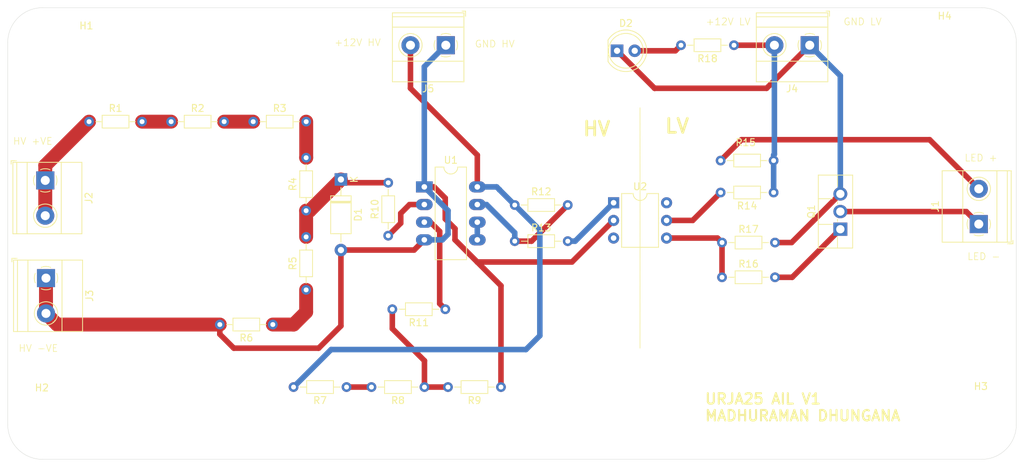
<source format=kicad_pcb>
(kicad_pcb (version 20240108) (generator "pcbnew") (generator_version "8.0")
  (layers (0 "F.Cu" signal) (31 "B.Cu" signal) (34 "B.Paste" user) (35 "F.Paste" user) (36 "B.SilkS" user "B.Silkscreen") (37 "F.SilkS" user "F.Silkscreen") (38 "B.Mask" user) (39 "F.Mask" user) (44 "Edge.Cuts" user))
  (net 0 "")
  (net 1 "Net-(D1-K)")
  (net 2 "GND")
  (net 3 "/LED VE+")
  (net 4 "/LED -VE")
  (net 5 "/HV +VE")
  (net 6 "+12VA")
  (net 7 "GND1")
  (net 8 "+12V")
  (net 9 "Net-(Q1-G)")
  (net 10 "Net-(R1-Pad2)")
  (net 11 "Net-(R2-Pad2)")
  (net 12 "Net-(R3-Pad2)")
  (net 13 "Net-(R5-Pad1)")
  (net 14 "Net-(R7-Pad1)")
  (net 15 "Net-(R11-Pad2)")
  (net 16 "Net-(U1-+)")
  (net 17 "Net-(U1--)")
  (net 18 "Net-(R12-Pad2)")
  (net 19 "Net-(R13-Pad2)")
  (net 20 "Net-(R14-Pad2)")
  (net 21 "Net-(R16-Pad1)")
  (net 22 "Net-(U1-BAL)")
  (net 25 "Net-(D2-A)")
  (footprint "MountingHole:MountingHole_4.3mm_M4" (layer "F.Cu") (at 210.6 76.8)
    (property "Reference" "H4" (at -5.4 -3.6 0) (layer "F.SilkS"))
    (property "Value" "MountingHole")
    (pad "" np_thru_hole circle (at 0 0) (size 4.3 4.3) (drill 4.3) (layers "*.Cu" "*.Mask"))
  )
  (footprint "Package_DIP:CERDIP-8_W7.62mm_SideBrazed_LongPads" (layer "F.Cu") (at 130.39 97.79)
    (property "Reference" "U1" (at 3.81 -3.855 0) (layer "F.SilkS"))
    (property "Value" "LM311")
    (fp_line (start 1.56 -2.855) (end 1.56 10.475) (stroke (width 0.12)) (layer "F.SilkS"))
    (fp_line (start 1.56 10.475) (end 6.06 10.475) (stroke (width 0.12)) (layer "F.SilkS"))
    (fp_line (start 2.81 -2.855) (end 1.56 -2.855) (stroke (width 0.12)) (layer "F.SilkS"))
    (fp_line (start 6.06 -2.855) (end 4.81 -2.855) (stroke (width 0.12)) (layer "F.SilkS"))
    (fp_line (start 6.06 10.475) (end 6.06 -2.855) (stroke (width 0.12)) (layer "F.SilkS"))
    (fp_arc (start 4.81 -2.855) (mid 3.81 -1.855) (end 2.81 -2.855) (stroke (width 0.12)) (layer "F.SilkS"))
    (pad "1" thru_hole rect (at 0 0) (size 2.4 1.6) (drill 0.8) (layers "*.Cu" "*.Mask") (net 2 "GND"))
    (pad "2" thru_hole oval (at 0 2.54) (size 2.4 1.6) (drill 0.8) (layers "*.Cu" "*.Mask") (net 16 "Net-(U1-+)"))
    (pad "3" thru_hole oval (at 0 5.08) (size 2.4 1.6) (drill 0.8) (layers "*.Cu" "*.Mask") (net 17 "Net-(U1--)"))
    (pad "4" thru_hole oval (at 0 7.62) (size 2.4 1.6) (drill 0.8) (layers "*.Cu" "*.Mask") (net 2 "GND"))
    (pad "5" thru_hole oval (at 7.62 7.62) (size 2.4 1.6) (drill 0.8) (layers "*.Cu" "*.Mask") (net 22 "Net-(U1-BAL)"))
    (pad "6" thru_hole oval (at 7.62 5.08) (size 2.4 1.6) (drill 0.8) (layers "*.Cu" "*.Mask") (net 22 "Net-(U1-BAL)"))
    (pad "7" thru_hole oval (at 7.62 2.54) (size 2.4 1.6) (drill 0.8) (layers "*.Cu" "*.Mask") (net 18 "Net-(R12-Pad2)"))
    (pad "8" thru_hole oval (at 7.62 0) (size 2.4 1.6) (drill 0.8) (layers "*.Cu" "*.Mask") (net 8 "+12V"))
  )
  (footprint "Resistor_THT:R_Axial_DIN0204_L3.6mm_D1.6mm_P7.62mm_Horizontal" (layer "F.Cu") (at 113.4 101.21 90)
    (property "Reference" "R4" (at 3.81 -1.92 90) (layer "F.SilkS"))
    (property "Value" "1K")
    (fp_line (start 5.73 -0.92) (end 1.89 -0.92) (stroke (width 0.12)) (layer "F.SilkS"))
    (fp_line (start 1.89 -0.92) (end 1.89 0.92) (stroke (width 0.12)) (layer "F.SilkS"))
    (fp_line (start 6.68 0) (end 5.73 0) (stroke (width 0.12)) (layer "F.SilkS"))
    (fp_line (start 0.94 0) (end 1.89 0) (stroke (width 0.12)) (layer "F.SilkS"))
    (fp_line (start 5.73 0.92) (end 5.73 -0.92) (stroke (width 0.12)) (layer "F.SilkS"))
    (fp_line (start 1.89 0.92) (end 5.73 0.92) (stroke (width 0.12)) (layer "F.SilkS"))
    (pad "1" thru_hole circle (at 0 0 90) (size 1.4 1.4) (drill 0.7) (layers "*.Cu" "*.Mask") (net 1 "Net-(D1-K)"))
    (pad "2" thru_hole oval (at 7.62 0 90) (size 1.4 1.4) (drill 0.7) (layers "*.Cu" "*.Mask") (net 12 "Net-(R3-Pad2)"))
  )
  (footprint "Resistor_THT:R_Axial_DIN0204_L3.6mm_D1.6mm_P7.62mm_Horizontal" (layer "F.Cu") (at 108.61 117.6 180)
    (property "Reference" "R6" (at 3.81 -1.92 0) (layer "F.SilkS"))
    (property "Value" "1K")
    (fp_line (start 6.68 0) (end 5.73 0) (stroke (width 0.12)) (layer "F.SilkS"))
    (fp_line (start 5.73 0.92) (end 5.73 -0.92) (stroke (width 0.12)) (layer "F.SilkS"))
    (fp_line (start 5.73 -0.92) (end 1.89 -0.92) (stroke (width 0.12)) (layer "F.SilkS"))
    (fp_line (start 1.89 0.92) (end 5.73 0.92) (stroke (width 0.12)) (layer "F.SilkS"))
    (fp_line (start 1.89 -0.92) (end 1.89 0.92) (stroke (width 0.12)) (layer "F.SilkS"))
    (fp_line (start 0.94 0) (end 1.89 0) (stroke (width 0.12)) (layer "F.SilkS"))
    (pad "1" thru_hole circle (at 0 0 180) (size 1.4 1.4) (drill 0.7) (layers "*.Cu" "*.Mask") (net 13 "Net-(R5-Pad1)"))
    (pad "2" thru_hole oval (at 7.62 0 180) (size 1.4 1.4) (drill 0.7) (layers "*.Cu" "*.Mask") (net 2 "GND"))
  )
  (footprint "TerminalBlock_Phoenix:TerminalBlock_Phoenix_MKDS-1,5-2-5.08_1x02_P5.08mm_Horizontal" (layer "F.Cu") (at 185.8 77.4 180)
    (property "Reference" "J4" (at 2.54 -6.26 0) (layer "F.SilkS"))
    (property "Value" "Conn_01x02_Pin")
    (fp_line (start 7.68 -5.261) (end 7.68 4.66) (stroke (width 0.12)) (layer "F.SilkS"))
    (fp_line (start 6.355 -1.069) (end 6.308 -1.023) (stroke (width 0.12)) (layer "F.SilkS"))
    (fp_line (start 6.15 -1.275) (end 6.115 -1.239) (stroke (width 0.12)) (layer "F.SilkS"))
    (fp_line (start 4.046 1.239) (end 4.011 1.274) (stroke (width 0.12)) (layer "F.SilkS"))
    (fp_line (start 3.853 1.023) (end 3.806 1.069) (stroke (width 0.12)) (layer "F.SilkS"))
    (fp_line (start -2.6 4.66) (end 7.68 4.66) (stroke (width 0.12)) (layer "F.SilkS"))
    (fp_line (start -2.6 4.1) (end 7.68 4.1) (stroke (width 0.12)) (layer "F.SilkS"))
    (fp_line (start -2.6 2.6) (end 7.68 2.6) (stroke (width 0.12)) (layer "F.SilkS"))
    (fp_line (start -2.6 -2.301) (end 7.68 -2.301) (stroke (width 0.12)) (layer "F.SilkS"))
    (fp_line (start -2.6 -5.261) (end 7.68 -5.261) (stroke (width 0.12)) (layer "F.SilkS"))
    (fp_line (start -2.6 -5.261) (end -2.6 4.66) (stroke (width 0.12)) (layer "F.SilkS"))
    (fp_line (start -2.84 4.9) (end -2.34 4.9) (stroke (width 0.12)) (layer "F.SilkS"))
    (fp_line (start -2.84 4.16) (end -2.84 4.9) (stroke (width 0.12)) (layer "F.SilkS"))
    (fp_arc (start 1.535427 -0.683042) (mid 1.680501 0.000524) (end 1.535 0.684) (stroke (width 0.12)) (layer "F.SilkS"))
    (fp_arc (start 0.683318 1.534756) (mid 0.349292 1.643288) (end 0 1.68) (stroke (width 0.12)) (layer "F.SilkS"))
    (fp_arc (start 0.028805 1.680253) (mid -0.335551 1.646659) (end -0.684 1.535) (stroke (width 0.12)) (layer "F.SilkS"))
    (fp_arc (start -0.683042 -1.535427) (mid 0.000524 -1.680501) (end 0.684 -1.535) (stroke (width 0.12)) (layer "F.SilkS"))
    (fp_arc (start -1.535427 0.683042) (mid -1.680501 -0.000524) (end -1.535 -0.684) (stroke (width 0.12)) (layer "F.SilkS"))
    (fp_circle (center 5.08 0) (end 6.76 0) (stroke (width 0.12)) (fill none) (layer "F.SilkS"))
    (pad "1" thru_hole rect (at 0 0 180) (size 2.6 2.6) (drill 1.3) (layers "*.Cu" "*.Mask") (net 7 "GND1"))
    (pad "2" thru_hole circle (at 5.08 0 180) (size 2.6 2.6) (drill 1.3) (layers "*.Cu" "*.Mask") (net 6 "+12VA"))
  )
  (footprint "Resistor_THT:R_Axial_DIN0204_L3.6mm_D1.6mm_P7.62mm_Horizontal" (layer "F.Cu") (at 180.61 94 180)
    (property "Reference" "R15" (at 4.01 2.6 0) (layer "F.SilkS"))
    (property "Value" "1K")
    (fp_line (start 6.68 0) (end 5.73 0) (stroke (width 0.12)) (layer "F.SilkS"))
    (fp_line (start 5.73 0.92) (end 5.73 -0.92) (stroke (width 0.12)) (layer "F.SilkS"))
    (fp_line (start 5.73 -0.92) (end 1.89 -0.92) (stroke (width 0.12)) (layer "F.SilkS"))
    (fp_line (start 1.89 0.92) (end 5.73 0.92) (stroke (width 0.12)) (layer "F.SilkS"))
    (fp_line (start 1.89 -0.92) (end 1.89 0.92) (stroke (width 0.12)) (layer "F.SilkS"))
    (fp_line (start 0.94 0) (end 1.89 0) (stroke (width 0.12)) (layer "F.SilkS"))
    (pad "1" thru_hole circle (at 0 0 180) (size 1.4 1.4) (drill 0.7) (layers "*.Cu" "*.Mask") (net 6 "+12VA"))
    (pad "2" thru_hole oval (at 7.62 0 180) (size 1.4 1.4) (drill 0.7) (layers "*.Cu" "*.Mask") (net 3 "/LED VE+"))
  )
  (footprint "Resistor_THT:R_Axial_DIN0204_L3.6mm_D1.6mm_P7.62mm_Horizontal" (layer "F.Cu") (at 82.19 88.4)
    (property "Reference" "R1" (at 3.81 -1.92 0) (layer "F.SilkS"))
    (property "Value" "47K")
    (fp_line (start 0.94 0) (end 1.89 0) (stroke (width 0.12)) (layer "F.SilkS"))
    (fp_line (start 1.89 -0.92) (end 1.89 0.92) (stroke (width 0.12)) (layer "F.SilkS"))
    (fp_line (start 1.89 0.92) (end 5.73 0.92) (stroke (width 0.12)) (layer "F.SilkS"))
    (fp_line (start 5.73 -0.92) (end 1.89 -0.92) (stroke (width 0.12)) (layer "F.SilkS"))
    (fp_line (start 5.73 0.92) (end 5.73 -0.92) (stroke (width 0.12)) (layer "F.SilkS"))
    (fp_line (start 6.68 0) (end 5.73 0) (stroke (width 0.12)) (layer "F.SilkS"))
    (pad "1" thru_hole circle (at 0 0) (size 1.4 1.4) (drill 0.7) (layers "*.Cu" "*.Mask") (net 5 "/HV +VE"))
    (pad "2" thru_hole oval (at 7.62 0) (size 1.4 1.4) (drill 0.7) (layers "*.Cu" "*.Mask") (net 10 "Net-(R1-Pad2)"))
  )
  (footprint "LED_THT:LED_D5.0mm" (layer "F.Cu") (at 158.1 78.2)
    (property "Reference" "D2" (at 1.27 -3.96 0) (layer "F.SilkS"))
    (property "Value" "LED")
    (fp_line (start -1.29 -1.545) (end -1.29 1.545) (stroke (width 0.12)) (layer "F.SilkS"))
    (fp_arc (start -1.29 -1.54483) (mid 2.072002 -2.880433) (end 4.26 0.000462) (stroke (width 0.12)) (layer "F.SilkS"))
    (fp_arc (start 4.26 -0.000462) (mid 2.072002 2.880433) (end -1.29 1.54483) (stroke (width 0.12)) (layer "F.SilkS"))
    (fp_circle (center 1.27 0) (end 3.77 0) (stroke (width 0.12)) (fill none) (layer "F.SilkS"))
    (pad "1" thru_hole rect (at 0 0) (size 1.8 1.8) (drill 0.9) (layers "*.Cu" "*.Mask") (net 7 "GND1"))
    (pad "2" thru_hole circle (at 2.54 0) (size 1.8 1.8) (drill 0.9) (layers "*.Cu" "*.Mask") (net 25 "Net-(D2-A)"))
  )
  (footprint "Diode_THT:D_A-405_P10.16mm_Horizontal" (layer "F.Cu") (at 118.4 96.72 -90)
    (property "Reference" "D1" (at 5.08 -2.47 -90) (layer "F.SilkS"))
    (property "Value" "D_Zener")
    (fp_line (start 2.36 1.47) (end 7.8 1.47) (stroke (width 0.12)) (layer "F.SilkS"))
    (fp_line (start 7.8 1.47) (end 7.8 -1.47) (stroke (width 0.12)) (layer "F.SilkS"))
    (fp_line (start 1.14 0) (end 2.36 0) (stroke (width 0.12)) (layer "F.SilkS"))
    (fp_line (start 9.02 0) (end 7.8 0) (stroke (width 0.12)) (layer "F.SilkS"))
    (fp_line (start 2.36 -1.47) (end 2.36 1.47) (stroke (width 0.12)) (layer "F.SilkS"))
    (fp_line (start 3.14 -1.47) (end 3.14 1.47) (stroke (width 0.12)) (layer "F.SilkS"))
    (fp_line (start 3.26 -1.47) (end 3.26 1.47) (stroke (width 0.12)) (layer "F.SilkS"))
    (fp_line (start 3.38 -1.47) (end 3.38 1.47) (stroke (width 0.12)) (layer "F.SilkS"))
    (fp_line (start 7.8 -1.47) (end 2.36 -1.47) (stroke (width 0.12)) (layer "F.SilkS"))
    (fp_text user "K" (at 0 -1.9 -90) (layer "F.SilkS"))
    (pad "1" thru_hole rect (at 0 0 270) (size 1.8 1.8) (drill 0.9) (layers "*.Cu" "*.Mask") (net 1 "Net-(D1-K)"))
    (pad "2" thru_hole oval (at 10.16 0 270) (size 1.8 1.8) (drill 0.9) (layers "*.Cu" "*.Mask") (net 2 "GND"))
  )
  (footprint "Resistor_THT:R_Axial_DIN0204_L3.6mm_D1.6mm_P7.62mm_Horizontal" (layer "F.Cu") (at 113.4 112.61 90)
    (property "Reference" "R5" (at 3.81 -1.92 90) (layer "F.SilkS"))
    (property "Value" "1K")
    (fp_line (start 5.73 -0.92) (end 1.89 -0.92) (stroke (width 0.12)) (layer "F.SilkS"))
    (fp_line (start 1.89 -0.92) (end 1.89 0.92) (stroke (width 0.12)) (layer "F.SilkS"))
    (fp_line (start 6.68 0) (end 5.73 0) (stroke (width 0.12)) (layer "F.SilkS"))
    (fp_line (start 0.94 0) (end 1.89 0) (stroke (width 0.12)) (layer "F.SilkS"))
    (fp_line (start 5.73 0.92) (end 5.73 -0.92) (stroke (width 0.12)) (layer "F.SilkS"))
    (fp_line (start 1.89 0.92) (end 5.73 0.92) (stroke (width 0.12)) (layer "F.SilkS"))
    (pad "1" thru_hole circle (at 0 0 90) (size 1.4 1.4) (drill 0.7) (layers "*.Cu" "*.Mask") (net 13 "Net-(R5-Pad1)"))
    (pad "2" thru_hole oval (at 7.62 0 90) (size 1.4 1.4) (drill 0.7) (layers "*.Cu" "*.Mask") (net 1 "Net-(D1-K)"))
  )
  (footprint "Resistor_THT:R_Axial_DIN0204_L3.6mm_D1.6mm_P7.62mm_Horizontal" (layer "F.Cu") (at 180.61 98.6 180)
    (property "Reference" "R14" (at 3.81 -1.92 0) (layer "F.SilkS"))
    (property "Value" "10K")
    (fp_line (start 6.68 0) (end 5.73 0) (stroke (width 0.12)) (layer "F.SilkS"))
    (fp_line (start 5.73 0.92) (end 5.73 -0.92) (stroke (width 0.12)) (layer "F.SilkS"))
    (fp_line (start 5.73 -0.92) (end 1.89 -0.92) (stroke (width 0.12)) (layer "F.SilkS"))
    (fp_line (start 1.89 0.92) (end 5.73 0.92) (stroke (width 0.12)) (layer "F.SilkS"))
    (fp_line (start 1.89 -0.92) (end 1.89 0.92) (stroke (width 0.12)) (layer "F.SilkS"))
    (fp_line (start 0.94 0) (end 1.89 0) (stroke (width 0.12)) (layer "F.SilkS"))
    (pad "1" thru_hole circle (at 0 0 180) (size 1.4 1.4) (drill 0.7) (layers "*.Cu" "*.Mask") (net 6 "+12VA"))
    (pad "2" thru_hole oval (at 7.62 0 180) (size 1.4 1.4) (drill 0.7) (layers "*.Cu" "*.Mask") (net 20 "Net-(R14-Pad2)"))
  )
  (footprint "Resistor_THT:R_Axial_DIN0204_L3.6mm_D1.6mm_P7.62mm_Horizontal" (layer "F.Cu") (at 130.41 126.6 180)
    (property "Reference" "R8" (at 3.81 -1.92 0) (layer "F.SilkS"))
    (property "Value" "1K")
    (fp_line (start 6.68 0) (end 5.73 0) (stroke (width 0.12)) (layer "F.SilkS"))
    (fp_line (start 5.73 0.92) (end 5.73 -0.92) (stroke (width 0.12)) (layer "F.SilkS"))
    (fp_line (start 5.73 -0.92) (end 1.89 -0.92) (stroke (width 0.12)) (layer "F.SilkS"))
    (fp_line (start 1.89 0.92) (end 5.73 0.92) (stroke (width 0.12)) (layer "F.SilkS"))
    (fp_line (start 1.89 -0.92) (end 1.89 0.92) (stroke (width 0.12)) (layer "F.SilkS"))
    (fp_line (start 0.94 0) (end 1.89 0) (stroke (width 0.12)) (layer "F.SilkS"))
    (pad "1" thru_hole circle (at 0 0 180) (size 1.4 1.4) (drill 0.7) (layers "*.Cu" "*.Mask") (net 15 "Net-(R11-Pad2)"))
    (pad "2" thru_hole oval (at 7.62 0 180) (size 1.4 1.4) (drill 0.7) (layers "*.Cu" "*.Mask") (net 14 "Net-(R7-Pad1)"))
  )
  (footprint "Resistor_THT:R_Axial_DIN0204_L3.6mm_D1.6mm_P7.62mm_Horizontal" (layer "F.Cu") (at 174.91 77.4 180)
    (property "Reference" "R18" (at 3.81 -1.92 0) (layer "F.SilkS"))
    (property "Value" "1K")
    (fp_line (start 6.68 0) (end 5.73 0) (stroke (width 0.12)) (layer "F.SilkS"))
    (fp_line (start 5.73 0.92) (end 5.73 -0.92) (stroke (width 0.12)) (layer "F.SilkS"))
    (fp_line (start 5.73 -0.92) (end 1.89 -0.92) (stroke (width 0.12)) (layer "F.SilkS"))
    (fp_line (start 1.89 0.92) (end 5.73 0.92) (stroke (width 0.12)) (layer "F.SilkS"))
    (fp_line (start 1.89 -0.92) (end 1.89 0.92) (stroke (width 0.12)) (layer "F.SilkS"))
    (fp_line (start 0.94 0) (end 1.89 0) (stroke (width 0.12)) (layer "F.SilkS"))
    (pad "1" thru_hole circle (at 0 0 180) (size 1.4 1.4) (drill 0.7) (layers "*.Cu" "*.Mask") (net 6 "+12VA"))
    (pad "2" thru_hole oval (at 7.62 0 180) (size 1.4 1.4) (drill 0.7) (layers "*.Cu" "*.Mask") (net 25 "Net-(D2-A)"))
  )
  (footprint "Resistor_THT:R_Axial_DIN0204_L3.6mm_D1.6mm_P7.62mm_Horizontal" (layer "F.Cu") (at 141.41 126.6 180)
    (property "Reference" "R9" (at 3.81 -1.92 0) (layer "F.SilkS"))
    (property "Value" "1K")
    (fp_line (start 6.68 0) (end 5.73 0) (stroke (width 0.12)) (layer "F.SilkS"))
    (fp_line (start 5.73 0.92) (end 5.73 -0.92) (stroke (width 0.12)) (layer "F.SilkS"))
    (fp_line (start 5.73 -0.92) (end 1.89 -0.92) (stroke (width 0.12)) (layer "F.SilkS"))
    (fp_line (start 1.89 0.92) (end 5.73 0.92) (stroke (width 0.12)) (layer "F.SilkS"))
    (fp_line (start 1.89 -0.92) (end 1.89 0.92) (stroke (width 0.12)) (layer "F.SilkS"))
    (fp_line (start 0.94 0) (end 1.89 0) (stroke (width 0.12)) (layer "F.SilkS"))
    (pad "1" thru_hole circle (at 0 0 180) (size 1.4 1.4) (drill 0.7) (layers "*.Cu" "*.Mask") (net 2 "GND"))
    (pad "2" thru_hole oval (at 7.62 0 180) (size 1.4 1.4) (drill 0.7) (layers "*.Cu" "*.Mask") (net 15 "Net-(R11-Pad2)"))
  )
  (footprint "TerminalBlock_Phoenix:TerminalBlock_Phoenix_MKDS-1,5-2-5.08_1x02_P5.08mm_Horizontal" (layer "F.Cu") (at 133.48 77.4 180)
    (property "Reference" "J5" (at 2.54 -6.26 0) (layer "F.SilkS"))
    (property "Value" "Conn_01x02_Pin")
    (fp_line (start 7.68 -5.261) (end 7.68 4.66) (stroke (width 0.12)) (layer "F.SilkS"))
    (fp_line (start 6.355 -1.069) (end 6.308 -1.023) (stroke (width 0.12)) (layer "F.SilkS"))
    (fp_line (start 6.15 -1.275) (end 6.115 -1.239) (stroke (width 0.12)) (layer "F.SilkS"))
    (fp_line (start 4.046 1.239) (end 4.011 1.274) (stroke (width 0.12)) (layer "F.SilkS"))
    (fp_line (start 3.853 1.023) (end 3.806 1.069) (stroke (width 0.12)) (layer "F.SilkS"))
    (fp_line (start -2.6 4.66) (end 7.68 4.66) (stroke (width 0.12)) (layer "F.SilkS"))
    (fp_line (start -2.6 4.1) (end 7.68 4.1) (stroke (width 0.12)) (layer "F.SilkS"))
    (fp_line (start -2.6 2.6) (end 7.68 2.6) (stroke (width 0.12)) (layer "F.SilkS"))
    (fp_line (start -2.6 -2.301) (end 7.68 -2.301) (stroke (width 0.12)) (layer "F.SilkS"))
    (fp_line (start -2.6 -5.261) (end 7.68 -5.261) (stroke (width 0.12)) (layer "F.SilkS"))
    (fp_line (start -2.6 -5.261) (end -2.6 4.66) (stroke (width 0.12)) (layer "F.SilkS"))
    (fp_line (start -2.84 4.9) (end -2.34 4.9) (stroke (width 0.12)) (layer "F.SilkS"))
    (fp_line (start -2.84 4.16) (end -2.84 4.9) (stroke (width 0.12)) (layer "F.SilkS"))
    (fp_arc (start 1.535427 -0.683042) (mid 1.680501 0.000524) (end 1.535 0.684) (stroke (width 0.12)) (layer "F.SilkS"))
    (fp_arc (start 0.683318 1.534756) (mid 0.349292 1.643288) (end 0 1.68) (stroke (width 0.12)) (layer "F.SilkS"))
    (fp_arc (start 0.028805 1.680253) (mid -0.335551 1.646659) (end -0.684 1.535) (stroke (width 0.12)) (layer "F.SilkS"))
    (fp_arc (start -0.683042 -1.535427) (mid 0.000524 -1.680501) (end 0.684 -1.535) (stroke (width 0.12)) (layer "F.SilkS"))
    (fp_arc (start -1.535427 0.683042) (mid -1.680501 -0.000524) (end -1.535 -0.684) (stroke (width 0.12)) (layer "F.SilkS"))
    (fp_circle (center 5.08 0) (end 6.76 0) (stroke (width 0.12)) (fill none) (layer "F.SilkS"))
    (pad "1" thru_hole rect (at 0 0 180) (size 2.6 2.6) (drill 1.3) (layers "*.Cu" "*.Mask") (net 2 "GND"))
    (pad "2" thru_hole circle (at 5.08 0 180) (size 2.6 2.6) (drill 1.3) (layers "*.Cu" "*.Mask") (net 8 "+12V"))
  )
  (footprint "MountingHole:MountingHole_4.3mm_M4" (layer "F.Cu") (at 210.4 131.8)
    (property "Reference" "H3" (at 0 -5.3 0) (layer "F.SilkS"))
    (property "Value" "MountingHole")
    (pad "" np_thru_hole circle (at 0 0) (size 4.3 4.3) (drill 4.3) (layers "*.Cu" "*.Mask"))
  )
  (footprint "Resistor_THT:R_Axial_DIN0204_L3.6mm_D1.6mm_P7.62mm_Horizontal" (layer "F.Cu") (at 143.39 100.4)
    (property "Reference" "R12" (at 3.81 -1.92 0) (layer "F.SilkS"))
    (property "Value" "10K")
    (fp_line (start 0.94 0) (end 1.89 0) (stroke (width 0.12)) (layer "F.SilkS"))
    (fp_line (start 1.89 -0.92) (end 1.89 0.92) (stroke (width 0.12)) (layer "F.SilkS"))
    (fp_line (start 1.89 0.92) (end 5.73 0.92) (stroke (width 0.12)) (layer "F.SilkS"))
    (fp_line (start 5.73 -0.92) (end 1.89 -0.92) (stroke (width 0.12)) (layer "F.SilkS"))
    (fp_line (start 5.73 0.92) (end 5.73 -0.92) (stroke (width 0.12)) (layer "F.SilkS"))
    (fp_line (start 6.68 0) (end 5.73 0) (stroke (width 0.12)) (layer "F.SilkS"))
    (pad "1" thru_hole circle (at 0 0) (size 1.4 1.4) (drill 0.7) (layers "*.Cu" "*.Mask") (net 8 "+12V"))
    (pad "2" thru_hole oval (at 7.62 0) (size 1.4 1.4) (drill 0.7) (layers "*.Cu" "*.Mask") (net 18 "Net-(R12-Pad2)"))
  )
  (footprint "Resistor_THT:R_Axial_DIN0204_L3.6mm_D1.6mm_P7.62mm_Horizontal" (layer "F.Cu") (at 119.21 126.6 180)
    (property "Reference" "R7" (at 3.81 -1.92 0) (layer "F.SilkS"))
    (property "Value" "10K")
    (fp_line (start 6.68 0) (end 5.73 0) (stroke (width 0.12)) (layer "F.SilkS"))
    (fp_line (start 5.73 0.92) (end 5.73 -0.92) (stroke (width 0.12)) (layer "F.SilkS"))
    (fp_line (start 5.73 -0.92) (end 1.89 -0.92) (stroke (width 0.12)) (layer "F.SilkS"))
    (fp_line (start 1.89 0.92) (end 5.73 0.92) (stroke (width 0.12)) (layer "F.SilkS"))
    (fp_line (start 1.89 -0.92) (end 1.89 0.92) (stroke (width 0.12)) (layer "F.SilkS"))
    (fp_line (start 0.94 0) (end 1.89 0) (stroke (width 0.12)) (layer "F.SilkS"))
    (pad "1" thru_hole circle (at 0 0 180) (size 1.4 1.4) (drill 0.7) (layers "*.Cu" "*.Mask") (net 14 "Net-(R7-Pad1)"))
    (pad "2" thru_hole oval (at 7.62 0 180) (size 1.4 1.4) (drill 0.7) (layers "*.Cu" "*.Mask") (net 8 "+12V"))
  )
  (footprint "Resistor_THT:R_Axial_DIN0204_L3.6mm_D1.6mm_P7.62mm_Horizontal" (layer "F.Cu") (at 133.41 115.4 180)
    (property "Reference" "R11" (at 3.81 -1.92 0) (layer "F.SilkS"))
    (property "Value" "1K")
    (fp_line (start 6.68 0) (end 5.73 0) (stroke (width 0.12)) (layer "F.SilkS"))
    (fp_line (start 5.73 0.92) (end 5.73 -0.92) (stroke (width 0.12)) (layer "F.SilkS"))
    (fp_line (start 5.73 -0.92) (end 1.89 -0.92) (stroke (width 0.12)) (layer "F.SilkS"))
    (fp_line (start 1.89 0.92) (end 5.73 0.92) (stroke (width 0.12)) (layer "F.SilkS"))
    (fp_line (start 1.89 -0.92) (end 1.89 0.92) (stroke (width 0.12)) (layer "F.SilkS"))
    (fp_line (start 0.94 0) (end 1.89 0) (stroke (width 0.12)) (layer "F.SilkS"))
    (pad "1" thru_hole circle (at 0 0 180) (size 1.4 1.4) (drill 0.7) (layers "*.Cu" "*.Mask") (net 17 "Net-(U1--)"))
    (pad "2" thru_hole oval (at 7.62 0 180) (size 1.4 1.4) (drill 0.7) (layers "*.Cu" "*.Mask") (net 15 "Net-(R11-Pad2)"))
  )
  (footprint "Resistor_THT:R_Axial_DIN0204_L3.6mm_D1.6mm_P7.62mm_Horizontal" (layer "F.Cu") (at 125.2 104.81 90)
    (property "Reference" "R10" (at 3.81 -1.92 90) (layer "F.SilkS"))
    (property "Value" "1K")
    (fp_line (start 5.73 -0.92) (end 1.89 -0.92) (stroke (width 0.12)) (layer "F.SilkS"))
    (fp_line (start 1.89 -0.92) (end 1.89 0.92) (stroke (width 0.12)) (layer "F.SilkS"))
    (fp_line (start 6.68 0) (end 5.73 0) (stroke (width 0.12)) (layer "F.SilkS"))
    (fp_line (start 0.94 0) (end 1.89 0) (stroke (width 0.12)) (layer "F.SilkS"))
    (fp_line (start 5.73 0.92) (end 5.73 -0.92) (stroke (width 0.12)) (layer "F.SilkS"))
    (fp_line (start 1.89 0.92) (end 5.73 0.92) (stroke (width 0.12)) (layer "F.SilkS"))
    (pad "1" thru_hole circle (at 0 0 90) (size 1.4 1.4) (drill 0.7) (layers "*.Cu" "*.Mask") (net 16 "Net-(U1-+)"))
    (pad "2" thru_hole oval (at 7.62 0 90) (size 1.4 1.4) (drill 0.7) (layers "*.Cu" "*.Mask") (net 1 "Net-(D1-K)"))
  )
  (footprint "Resistor_THT:R_Axial_DIN0204_L3.6mm_D1.6mm_P7.62mm_Horizontal" (layer "F.Cu") (at 173.19 110.8)
    (property "Reference" "R16" (at 3.81 -1.92 0) (layer "F.SilkS"))
    (property "Value" "100")
    (fp_line (start 0.94 0) (end 1.89 0) (stroke (width 0.12)) (layer "F.SilkS"))
    (fp_line (start 1.89 -0.92) (end 1.89 0.92) (stroke (width 0.12)) (layer "F.SilkS"))
    (fp_line (start 1.89 0.92) (end 5.73 0.92) (stroke (width 0.12)) (layer "F.SilkS"))
    (fp_line (start 5.73 -0.92) (end 1.89 -0.92) (stroke (width 0.12)) (layer "F.SilkS"))
    (fp_line (start 5.73 0.92) (end 5.73 -0.92) (stroke (width 0.12)) (layer "F.SilkS"))
    (fp_line (start 6.68 0) (end 5.73 0) (stroke (width 0.12)) (layer "F.SilkS"))
    (pad "1" thru_hole circle (at 0 0) (size 1.4 1.4) (drill 0.7) (layers "*.Cu" "*.Mask") (net 21 "Net-(R16-Pad1)"))
    (pad "2" thru_hole oval (at 7.62 0) (size 1.4 1.4) (drill 0.7) (layers "*.Cu" "*.Mask") (net 9 "Net-(Q1-G)"))
  )
  (footprint "TerminalBlock_Phoenix:TerminalBlock_Phoenix_MKDS-1,5-2-5.08_1x02_P5.08mm_Horizontal" (layer "F.Cu") (at 76 110.92 -90)
    (property "Reference" "J3" (at 2.54 -6.26 90) (layer "F.SilkS"))
    (property "Value" "Conn_01x02_Pin")
    (fp_line (start -2.84 4.9) (end -2.34 4.9) (stroke (width 0.12)) (layer "F.SilkS"))
    (fp_line (start -2.6 4.66) (end 7.68 4.66) (stroke (width 0.12)) (layer "F.SilkS"))
    (fp_line (start -2.84 4.16) (end -2.84 4.9) (stroke (width 0.12)) (layer "F.SilkS"))
    (fp_line (start -2.6 4.1) (end 7.68 4.1) (stroke (width 0.12)) (layer "F.SilkS"))
    (fp_line (start -2.6 2.6) (end 7.68 2.6) (stroke (width 0.12)) (layer "F.SilkS"))
    (fp_line (start 4.046 1.239) (end 4.011 1.274) (stroke (width 0.12)) (layer "F.SilkS"))
    (fp_line (start 3.853 1.023) (end 3.806 1.069) (stroke (width 0.12)) (layer "F.SilkS"))
    (fp_line (start 6.355 -1.069) (end 6.308 -1.023) (stroke (width 0.12)) (layer "F.SilkS"))
    (fp_line (start 6.15 -1.275) (end 6.115 -1.239) (stroke (width 0.12)) (layer "F.SilkS"))
    (fp_line (start -2.6 -2.301) (end 7.68 -2.301) (stroke (width 0.12)) (layer "F.SilkS"))
    (fp_line (start -2.6 -5.261) (end -2.6 4.66) (stroke (width 0.12)) (layer "F.SilkS"))
    (fp_line (start -2.6 -5.261) (end 7.68 -5.261) (stroke (width 0.12)) (layer "F.SilkS"))
    (fp_line (start 7.68 -5.261) (end 7.68 4.66) (stroke (width 0.12)) (layer "F.SilkS"))
    (fp_arc (start 0.028805 1.680253) (mid -0.335551 1.646659) (end -0.684 1.535) (stroke (width 0.12)) (layer "F.SilkS"))
    (fp_arc (start 0.683318 1.534756) (mid 0.349292 1.643288) (end 0 1.68) (stroke (width 0.12)) (layer "F.SilkS"))
    (fp_arc (start -1.535427 0.683042) (mid -1.680501 -0.000524) (end -1.535 -0.684) (stroke (width 0.12)) (layer "F.SilkS"))
    (fp_arc (start 1.535427 -0.683042) (mid 1.680501 0.000524) (end 1.535 0.684) (stroke (width 0.12)) (layer "F.SilkS"))
    (fp_arc (start -0.683042 -1.535427) (mid 0.000524 -1.680501) (end 0.684 -1.535) (stroke (width 0.12)) (layer "F.SilkS"))
    (fp_circle (center 5.08 0) (end 6.76 0) (stroke (width 0.12)) (fill none) (layer "F.SilkS"))
    (pad "1" thru_hole rect (at 0 0 270) (size 2.6 2.6) (drill 1.3) (layers "*.Cu" "*.Mask") (net 2 "GND"))
    (pad "2" thru_hole circle (at 5.08 0 270) (size 2.6 2.6) (drill 1.3) (layers "*.Cu" "*.Mask") (net 2 "GND"))
  )
  (footprint "Resistor_THT:R_Axial_DIN0204_L3.6mm_D1.6mm_P7.62mm_Horizontal" (layer "F.Cu") (at 93.99 88.4)
    (property "Reference" "R2" (at 3.81 -1.92 0) (layer "F.SilkS"))
    (property "Value" "47K")
    (fp_line (start 0.94 0) (end 1.89 0) (stroke (width 0.12)) (layer "F.SilkS"))
    (fp_line (start 1.89 -0.92) (end 1.89 0.92) (stroke (width 0.12)) (layer "F.SilkS"))
    (fp_line (start 1.89 0.92) (end 5.73 0.92) (stroke (width 0.12)) (layer "F.SilkS"))
    (fp_line (start 5.73 -0.92) (end 1.89 -0.92) (stroke (width 0.12)) (layer "F.SilkS"))
    (fp_line (start 5.73 0.92) (end 5.73 -0.92) (stroke (width 0.12)) (layer "F.SilkS"))
    (fp_line (start 6.68 0) (end 5.73 0) (stroke (width 0.12)) (layer "F.SilkS"))
    (pad "1" thru_hole circle (at 0 0) (size 1.4 1.4) (drill 0.7) (layers "*.Cu" "*.Mask") (net 10 "Net-(R1-Pad2)"))
    (pad "2" thru_hole oval (at 7.62 0) (size 1.4 1.4) (drill 0.7) (layers "*.Cu" "*.Mask") (net 11 "Net-(R2-Pad2)"))
  )
  (footprint "TerminalBlock_Phoenix:TerminalBlock_Phoenix_MKDS-1,5-2-5.08_1x02_P5.08mm_Horizontal" (layer "F.Cu") (at 210.105 103.145 90)
    (property "Reference" "J1" (at 2.54 -6.26 90) (layer "F.SilkS"))
    (property "Value" "Conn_01x02_Pin")
    (fp_line (start 7.68 -5.261) (end 7.68 4.66) (stroke (width 0.12)) (layer "F.SilkS"))
    (fp_line (start -2.6 -5.261) (end 7.68 -5.261) (stroke (width 0.12)) (layer "F.SilkS"))
    (fp_line (start -2.6 -5.261) (end -2.6 4.66) (stroke (width 0.12)) (layer "F.SilkS"))
    (fp_line (start -2.6 -2.301) (end 7.68 -2.301) (stroke (width 0.12)) (layer "F.SilkS"))
    (fp_line (start 6.15 -1.275) (end 6.115 -1.239) (stroke (width 0.12)) (layer "F.SilkS"))
    (fp_line (start 6.355 -1.069) (end 6.308 -1.023) (stroke (width 0.12)) (layer "F.SilkS"))
    (fp_line (start 3.853 1.023) (end 3.806 1.069) (stroke (width 0.12)) (layer "F.SilkS"))
    (fp_line (start 4.046 1.239) (end 4.011 1.274) (stroke (width 0.12)) (layer "F.SilkS"))
    (fp_line (start -2.6 2.6) (end 7.68 2.6) (stroke (width 0.12)) (layer "F.SilkS"))
    (fp_line (start -2.6 4.1) (end 7.68 4.1) (stroke (width 0.12)) (layer "F.SilkS"))
    (fp_line (start -2.84 4.16) (end -2.84 4.9) (stroke (width 0.12)) (layer "F.SilkS"))
    (fp_line (start -2.6 4.66) (end 7.68 4.66) (stroke (width 0.12)) (layer "F.SilkS"))
    (fp_line (start -2.84 4.9) (end -2.34 4.9) (stroke (width 0.12)) (layer "F.SilkS"))
    (fp_arc (start -0.683042 -1.535427) (mid 0.000524 -1.680501) (end 0.684 -1.535) (stroke (width 0.12)) (layer "F.SilkS"))
    (fp_arc (start 1.535427 -0.683042) (mid 1.680501 0.000524) (end 1.535 0.684) (stroke (width 0.12)) (layer "F.SilkS"))
    (fp_arc (start -1.535427 0.683042) (mid -1.680501 -0.000524) (end -1.535 -0.684) (stroke (width 0.12)) (layer "F.SilkS"))
    (fp_arc (start 0.683318 1.534756) (mid 0.349292 1.643288) (end 0 1.68) (stroke (width 0.12)) (layer "F.SilkS"))
    (fp_arc (start 0.028805 1.680253) (mid -0.335551 1.646659) (end -0.684 1.535) (stroke (width 0.12)) (layer "F.SilkS"))
    (fp_circle (center 5.08 0) (end 6.76 0) (stroke (width 0.12)) (fill none) (layer "F.SilkS"))
    (pad "1" thru_hole rect (at 0 0 90) (size 2.6 2.6) (drill 1.3) (layers "*.Cu" "*.Mask") (net 4 "/LED -VE"))
    (pad "2" thru_hole circle (at 5.08 0 90) (size 2.6 2.6) (drill 1.3) (layers "*.Cu" "*.Mask") (net 3 "/LED VE+"))
  )
  (footprint "TerminalBlock_Phoenix:TerminalBlock_Phoenix_MKDS-1,5-2-5.08_1x02_P5.08mm_Horizontal" (layer "F.Cu") (at 75.895 96.855 -90)
    (property "Reference" "J2" (at 2.54 -6.26 90) (layer "F.SilkS"))
    (property "Value" "Conn_01x02_Pin")
    (fp_line (start -2.84 4.9) (end -2.34 4.9) (stroke (width 0.12)) (layer "F.SilkS"))
    (fp_line (start -2.6 4.66) (end 7.68 4.66) (stroke (width 0.12)) (layer "F.SilkS"))
    (fp_line (start -2.84 4.16) (end -2.84 4.9) (stroke (width 0.12)) (layer "F.SilkS"))
    (fp_line (start -2.6 4.1) (end 7.68 4.1) (stroke (width 0.12)) (layer "F.SilkS"))
    (fp_line (start -2.6 2.6) (end 7.68 2.6) (stroke (width 0.12)) (layer "F.SilkS"))
    (fp_line (start 4.046 1.239) (end 4.011 1.274) (stroke (width 0.12)) (layer "F.SilkS"))
    (fp_line (start 3.853 1.023) (end 3.806 1.069) (stroke (width 0.12)) (layer "F.SilkS"))
    (fp_line (start 6.355 -1.069) (end 6.308 -1.023) (stroke (width 0.12)) (layer "F.SilkS"))
    (fp_line (start 6.15 -1.275) (end 6.115 -1.239) (stroke (width 0.12)) (layer "F.SilkS"))
    (fp_line (start -2.6 -2.301) (end 7.68 -2.301) (stroke (width 0.12)) (layer "F.SilkS"))
    (fp_line (start -2.6 -5.261) (end -2.6 4.66) (stroke (width 0.12)) (layer "F.SilkS"))
    (fp_line (start -2.6 -5.261) (end 7.68 -5.261) (stroke (width 0.12)) (layer "F.SilkS"))
    (fp_line (start 7.68 -5.261) (end 7.68 4.66) (stroke (width 0.12)) (layer "F.SilkS"))
    (fp_arc (start 0.028805 1.680253) (mid -0.335551 1.646659) (end -0.684 1.535) (stroke (width 0.12)) (layer "F.SilkS"))
    (fp_arc (start 0.683318 1.534756) (mid 0.349292 1.643288) (end 0 1.68) (stroke (width 0.12)) (layer "F.SilkS"))
    (fp_arc (start -1.535427 0.683042) (mid -1.680501 -0.000524) (end -1.535 -0.684) (stroke (width 0.12)) (layer "F.SilkS"))
    (fp_arc (start 1.535427 -0.683042) (mid 1.680501 0.000524) (end 1.535 0.684) (stroke (width 0.12)) (layer "F.SilkS"))
    (fp_arc (start -0.683042 -1.535427) (mid 0.000524 -1.680501) (end 0.684 -1.535) (stroke (width 0.12)) (layer "F.SilkS"))
    (fp_circle (center 5.08 0) (end 6.76 0) (stroke (width 0.12)) (fill none) (layer "F.SilkS"))
    (pad "1" thru_hole rect (at 0 0 270) (size 2.6 2.6) (drill 1.3) (layers "*.Cu" "*.Mask") (net 5 "/HV +VE"))
    (pad "2" thru_hole circle (at 5.08 0 270) (size 2.6 2.6) (drill 1.3) (layers "*.Cu" "*.Mask") (net 5 "/HV +VE"))
  )
  (footprint "Package_TO_SOT_THT:TO-220F-3_Vertical" (layer "F.Cu") (at 190.2 103.88 90)
    (property "Reference" "Q1" (at 2.54 -4.1675 90) (layer "F.SilkS"))
    (property "Value" "IRLIZ44N")
    (fp_line (start 7.79 -3.168) (end 7.79 1.773) (stroke (width 0.12)) (layer "F.SilkS"))
    (fp_line (start 4.391 -3.168) (end 4.391 -1.15) (stroke (width 0.12)) (layer "F.SilkS"))
    (fp_line (start 0.69 -3.168) (end 0.69 -1.15) (stroke (width 0.12)) (layer "F.SilkS"))
    (fp_line (start -2.71 -3.168) (end 7.79 -3.168) (stroke (width 0.12)) (layer "F.SilkS"))
    (fp_line (start -2.71 -3.168) (end -2.71 1.773) (stroke (width 0.12)) (layer "F.SilkS"))
    (fp_line (start 6.183 -0.408) (end 7.79 -0.408) (stroke (width 0.12)) (layer "F.SilkS"))
    (fp_line (start 3.643 -0.408) (end 3.978 -0.408) (stroke (width 0.12)) (layer "F.SilkS"))
    (fp_line (start 1.103 -0.408) (end 1.438 -0.408) (stroke (width 0.12)) (layer "F.SilkS"))
    (fp_line (start -2.71 -0.408) (end -1.103 -0.408) (stroke (width 0.12)) (layer "F.SilkS"))
    (fp_line (start -2.71 1.773) (end 7.79 1.773) (stroke (width 0.12)) (layer "F.SilkS"))
    (pad "1" thru_hole rect (at 0 0 90) (size 1.905 2) (drill 1.2) (layers "*.Cu" "*.Mask") (net 9 "Net-(Q1-G)"))
    (pad "2" thru_hole oval (at 2.54 0 90) (size 1.905 2) (drill 1.2) (layers "*.Cu" "*.Mask") (net 4 "/LED -VE"))
    (pad "3" thru_hole oval (at 5.08 0 90) (size 1.905 2) (drill 1.2) (layers "*.Cu" "*.Mask") (net 7 "GND1"))
  )
  (footprint "Resistor_THT:R_Axial_DIN0204_L3.6mm_D1.6mm_P7.62mm_Horizontal" (layer "F.Cu") (at 143.39 105.6)
    (property "Reference" "R13" (at 3.81 -1.92 0) (layer "F.SilkS"))
    (property "Value" "1K")
    (fp_line (start 0.94 0) (end 1.89 0) (stroke (width 0.12)) (layer "F.SilkS"))
    (fp_line (start 1.89 -0.92) (end 1.89 0.92) (stroke (width 0.12)) (layer "F.SilkS"))
    (fp_line (start 1.89 0.92) (end 5.73 0.92) (stroke (width 0.12)) (layer "F.SilkS"))
    (fp_line (start 5.73 -0.92) (end 1.89 -0.92) (stroke (width 0.12)) (layer "F.SilkS"))
    (fp_line (start 5.73 0.92) (end 5.73 -0.92) (stroke (width 0.12)) (layer "F.SilkS"))
    (fp_line (start 6.68 0) (end 5.73 0) (stroke (width 0.12)) (layer "F.SilkS"))
    (pad "1" thru_hole circle (at 0 0) (size 1.4 1.4) (drill 0.7) (layers "*.Cu" "*.Mask") (net 18 "Net-(R12-Pad2)"))
    (pad "2" thru_hole oval (at 7.62 0) (size 1.4 1.4) (drill 0.7) (layers "*.Cu" "*.Mask") (net 19 "Net-(R13-Pad2)"))
  )
  (footprint "MountingHole:MountingHole_4.3mm_M4" (layer "F.Cu") (at 75.4 76.8)
    (property "Reference" "H1" (at 6.4 -2.2 0) (layer "F.SilkS"))
    (property "Value" "MountingHole")
    (pad "" np_thru_hole circle (at 0 0) (size 4.3 4.3) (drill 4.3) (layers "*.Cu" "*.Mask"))
  )
  (footprint "Package_DIP:DIP-6_W7.62mm" (layer "F.Cu") (at 157.6 100.075)
    (property "Reference" "U2" (at 3.81 -2.33 0) (layer "F.SilkS"))
    (property "Value" "4N35")
    (fp_line (start 1.16 -1.33) (end 1.16 6.41) (stroke (width 0.12)) (layer "F.SilkS"))
    (fp_line (start 1.16 6.41) (end 6.46 6.41) (stroke (width 0.12)) (layer "F.SilkS"))
    (fp_line (start 2.81 -1.33) (end 1.16 -1.33) (stroke (width 0.12)) (layer "F.SilkS"))
    (fp_line (start 6.46 -1.33) (end 4.81 -1.33) (stroke (width 0.12)) (layer "F.SilkS"))
    (fp_line (start 6.46 6.41) (end 6.46 -1.33) (stroke (width 0.12)) (layer "F.SilkS"))
    (fp_arc (start 4.81 -1.33) (mid 3.81 -0.33) (end 2.81 -1.33) (stroke (width 0.12)) (layer "F.SilkS"))
    (pad "1" thru_hole rect (at 0 0) (size 1.6 1.6) (drill 0.8) (layers "*.Cu" "*.Mask") (net 19 "Net-(R13-Pad2)"))
    (pad "2" thru_hole oval (at 0 2.54) (size 1.6 1.6) (drill 0.8) (layers "*.Cu" "*.Mask") (net 2 "GND"))
    (pad "3" thru_hole oval (at 0 5.08) (size 1.6 1.6) (drill 0.8) (layers "*.Cu" "*.Mask"))
    (pad "4" thru_hole oval (at 7.62 5.08) (size 1.6 1.6) (drill 0.8) (layers "*.Cu" "*.Mask") (net 21 "Net-(R16-Pad1)"))
    (pad "5" thru_hole oval (at 7.62 2.54) (size 1.6 1.6) (drill 0.8) (layers "*.Cu" "*.Mask") (net 20 "Net-(R14-Pad2)"))
    (pad "6" thru_hole oval (at 7.62 0) (size 1.6 1.6) (drill 0.8) (layers "*.Cu" "*.Mask"))
  )
  (footprint "Resistor_THT:R_Axial_DIN0204_L3.6mm_D1.6mm_P7.62mm_Horizontal" (layer "F.Cu") (at 105.79 88.4)
    (property "Reference" "R3" (at 3.81 -1.92 0) (layer "F.SilkS"))
    (property "Value" "22K")
    (fp_line (start 0.94 0) (end 1.89 0) (stroke (width 0.12)) (layer "F.SilkS"))
    (fp_line (start 1.89 -0.92) (end 1.89 0.92) (stroke (width 0.12)) (layer "F.SilkS"))
    (fp_line (start 1.89 0.92) (end 5.73 0.92) (stroke (width 0.12)) (layer "F.SilkS"))
    (fp_line (start 5.73 -0.92) (end 1.89 -0.92) (stroke (width 0.12)) (layer "F.SilkS"))
    (fp_line (start 5.73 0.92) (end 5.73 -0.92) (stroke (width 0.12)) (layer "F.SilkS"))
    (fp_line (start 6.68 0) (end 5.73 0) (stroke (width 0.12)) (layer "F.SilkS"))
    (pad "1" thru_hole circle (at 0 0) (size 1.4 1.4) (drill 0.7) (layers "*.Cu" "*.Mask") (net 11 "Net-(R2-Pad2)"))
    (pad "2" thru_hole oval (at 7.62 0) (size 1.4 1.4) (drill 0.7) (layers "*.Cu" "*.Mask") (net 12 "Net-(R3-Pad2)"))
  )
  (footprint "MountingHole:MountingHole_4.3mm_M4" (layer "F.Cu") (at 75.4 132)
    (property "Reference" "H2" (at 0 -5.3 0) (layer "F.SilkS"))
    (property "Value" "MountingHole")
    (pad "" np_thru_hole circle (at 0 0) (size 4.3 4.3) (drill 4.3) (layers "*.Cu" "*.Mask"))
  )
  (footprint "Resistor_THT:R_Axial_DIN0204_L3.6mm_D1.6mm_P7.62mm_Horizontal" (layer "F.Cu") (at 173.19 105.8)
    (property "Reference" "R17" (at 3.81 -1.92 0) (layer "F.SilkS"))
    (property "Value" "10K")
    (fp_line (start 0.94 0) (end 1.89 0) (stroke (width 0.12)) (layer "F.SilkS"))
    (fp_line (start 1.89 -0.92) (end 1.89 0.92) (stroke (width 0.12)) (layer "F.SilkS"))
    (fp_line (start 1.89 0.92) (end 5.73 0.92) (stroke (width 0.12)) (layer "F.SilkS"))
    (fp_line (start 5.73 -0.92) (end 1.89 -0.92) (stroke (width 0.12)) (layer "F.SilkS"))
    (fp_line (start 5.73 0.92) (end 5.73 -0.92) (stroke (width 0.12)) (layer "F.SilkS"))
    (fp_line (start 6.68 0) (end 5.73 0) (stroke (width 0.12)) (layer "F.SilkS"))
    (pad "1" thru_hole circle (at 0 0) (size 1.4 1.4) (drill 0.7) (layers "*.Cu" "*.Mask") (net 21 "Net-(R16-Pad1)"))
    (pad "2" thru_hole oval (at 7.62 0) (size 1.4 1.4) (drill 0.7) (layers "*.Cu" "*.Mask") (net 7 "GND1"))
  )
  (gr_line (start 161.41 99.745) (end 161.4 86.4) (stroke (width 0.1)) (layer "F.SilkS"))
  (gr_line (start 161.41 99.745) (end 161.4 121) (stroke (width 0.1)) (layer "F.SilkS"))
  (gr_arc (start 75.5 137) (mid 71.964466 135.535534) (end 70.5 132) (stroke (width 0.05)) (layer "Edge.Cuts"))
  (gr_line (start 75.5 72) (end 210.5 72) (stroke (width 0.05)) (layer "Edge.Cuts"))
  (gr_line (start 75.5 137) (end 210.5 137) (stroke (width 0.05)) (layer "Edge.Cuts"))
  (gr_line (start 215.5 77) (end 215.5 132) (stroke (width 0.05)) (layer "Edge.Cuts"))
  (gr_line (start 70.5 77) (end 70.5 132) (stroke (width 0.05)) (layer "Edge.Cuts"))
  (gr_arc (start 70.5 77) (mid 71.964466 73.464466) (end 75.5 72) (stroke (width 0.05)) (layer "Edge.Cuts"))
  (gr_arc (start 210.5 72) (mid 214.035534 73.464466) (end 215.5 77) (stroke (width 0.05)) (layer "Edge.Cuts"))
  (gr_arc (start 215.5 132) (mid 214.035534 135.535534) (end 210.5 137) (stroke (width 0.05)) (layer "Edge.Cuts"))
  (gr_text "HV +VE" (at 71.2 91.8 0) (layer "F.SilkS") (effects (font (size 1 1) (thickness 0.1)) (justify left bottom)))
  (gr_text "HV" (at 153 90.6 0) (layer "F.SilkS") (effects (font (size 2 2) (thickness 0.4) (bold yes)) (justify left bottom)))
  (gr_text "GND HV" (at 137.6 77.8 0) (layer "F.SilkS") (effects (font (size 1 1) (thickness 0.1)) (justify left bottom)))
  (gr_text "+12V HV" (at 117.4 77.6 0) (layer "F.SilkS") (effects (font (size 1 1) (thickness 0.1)) (justify left bottom)))
  (gr_text "+12V LV\n" (at 170.8 74.6 0) (layer "F.SilkS") (effects (font (size 1 1) (thickness 0.1)) (justify left bottom)))
  (gr_text "LV" (at 164.8 90.2 0) (layer "F.SilkS") (effects (font (size 2 2) (thickness 0.4) (bold yes)) (justify left bottom)))
  (gr_text "GND LV\n" (at 190.6 74.6 0) (layer "F.SilkS") (effects (font (size 1 1) (thickness 0.1)) (justify left bottom)))
  (gr_text "LED -\n\n" (at 208.4 110 0) (layer "F.SilkS") (effects (font (size 1 1) (thickness 0.1)) (justify left bottom)))
  (gr_text "LED +\n" (at 208 94.2 0) (layer "F.SilkS") (effects (font (size 1 1) (thickness 0.1)) (justify left bottom)))
  (gr_text "HV -VE" (at 72 121.6 0) (layer "F.SilkS") (effects (font (size 1 1) (thickness 0.1)) (justify left bottom)))
  (gr_text "URJA25 AIL V1 \nMADHURAMAN DHUNGANA" (at 170.6 131.6 0) (layer "F.SilkS") (effects (font (size 1.5 1.5) (thickness 0.3) (bold yes)) (justify left bottom)))
  (segment (start 113.4 101.21) (end 113.91 101.21) (width 2) (layer "F.Cu") (net 1))
  (segment (start 113.4 101.21) (end 113.4 104.99) (width 2) (layer "F.Cu") (net 1))
  (segment (start 113.91 101.21) (end 118.4 96.72) (width 2) (layer "F.Cu") (net 1))
  (segment (start 125.2 97.19) (end 118.87 97.19) (width 0.8) (layer "F.Cu") (net 1))
  (segment (start 118.87 97.19) (end 118.4 96.72) (width 0.8) (layer "F.Cu") (net 1))
  (segment (start 134.8 105.4) (end 134.8 103.8) (width 0.8) (layer "F.Cu") (net 2))
  (segment (start 118.4 106.88) (end 128.92 106.88) (width 0.8) (layer "F.Cu") (net 2))
  (segment (start 77.6 117.6) (end 76 116) (width 2) (layer "F.Cu") (net 2))
  (segment (start 133.4 99.4) (end 131.79 97.79) (width 0.8) (layer "F.Cu") (net 2))
  (segment (start 157.6 102.615) (end 151.615 108.6) (width 0.8) (layer "F.Cu") (net 2))
  (segment (start 151.615 108.6) (end 138 108.6) (width 0.8) (layer "F.Cu") (net 2))
  (segment (start 118.4 117.8) (end 115.2 121) (width 0.8) (layer "F.Cu") (net 2))
  (segment (start 103 121) (end 100.99 118.99) (width 0.8) (layer "F.Cu") (net 2))
  (segment (start 76 116) (end 76 110.92) (width 2) (layer "F.Cu") (net 2))
  (segment (start 100.99 117.6) (end 77.6 117.6) (width 2) (layer "F.Cu") (net 2))
  (segment (start 141.41 112.01) (end 138 108.6) (width 0.8) (layer "F.Cu") (net 2))
  (segment (start 133.4 102.4) (end 133.4 99.4) (width 0.8) (layer "F.Cu") (net 2))
  (segment (start 134.8 103.8) (end 133.4 102.4) (width 0.8) (layer "F.Cu") (net 2))
  (segment (start 115.2 121) (end 103 121) (width 0.8) (layer "F.Cu") (net 2))
  (segment (start 131.79 97.79) (end 130.39 97.79) (width 0.8) (layer "F.Cu") (net 2))
  (segment (start 138 108.6) (end 134.8 105.4) (width 0.8) (layer "F.Cu") (net 2))
  (segment (start 118.4 106.88) (end 118.4 117.8) (width 0.8) (layer "F.Cu") (net 2))
  (segment (start 100.99 118.99) (end 100.99 117.6) (width 0.8) (layer "F.Cu") (net 2))
  (segment (start 141.41 126.6) (end 141.41 112.01) (width 0.8) (layer "F.Cu") (net 2))
  (segment (start 128.92 106.88) (end 130.39 105.41) (width 0.8) (layer "F.Cu") (net 2))
  (segment (start 133.8 101.2) (end 133.8 104.6) (width 0.8) (layer "B.Cu") (net 2))
  (segment (start 133.8 104.6) (end 132.99 105.41) (width 0.8) (layer "B.Cu") (net 2))
  (segment (start 130.39 97.79) (end 133.8 101.2) (width 0.8) (layer "B.Cu") (net 2))
  (segment (start 130.39 80.49) (end 133.48 77.4) (width 0.8) (layer "B.Cu") (net 2))
  (segment (start 130.39 97.79) (end 130.39 80.49) (width 0.8) (layer "B.Cu") (net 2))
  (segment (start 132.99 105.41) (end 130.39 105.41) (width 0.8) (layer "B.Cu") (net 2))
  (segment (start 172.99 94) (end 175.99 91) (width 0.8) (layer "F.Cu") (net 3))
  (segment (start 175.99 91) (end 203.04 91) (width 0.8) (layer "F.Cu") (net 3))
  (segment (start 203.04 91) (end 210.105 98.065) (width 0.8) (layer "F.Cu") (net 3))
  (segment (start 208.3 101.34) (end 210.105 103.145) (width 0.8) (layer "F.Cu") (net 4))
  (segment (start 190.2 101.34) (end 208.3 101.34) (width 0.8) (layer "F.Cu") (net 4))
  (segment (start 75.895 94.695) (end 82.19 88.4) (width 2) (layer "F.Cu") (net 5))
  (segment (start 75.895 96.855) (end 75.895 94.695) (width 2) (layer "F.Cu") (net 5))
  (segment (start 75.895 101.935) (end 75.895 96.855) (width 2) (layer "F.Cu") (net 5))
  (segment (start 180.72 77.4) (end 174.91 77.4) (width 0.8) (layer "F.Cu") (net 6))
  (segment (start 180.61 98.6) (end 180.61 94) (width 0.8) (layer "B.Cu") (net 6))
  (segment (start 180.61 93.21) (end 180.72 93.1) (width 0.8) (layer "B.Cu") (net 6))
  (segment (start 180.61 94) (end 180.61 93.21) (width 0.8) (layer "B.Cu") (net 6))
  (segment (start 180.72 93.1) (end 180.72 77.4) (width 0.8) (layer "B.Cu") (net 6))
  (segment (start 163.45 83.55) (end 163.5 83.6) (width 0.8) (layer "F.Cu") (net 7))
  (segment (start 183.2 105.8) (end 190.2 98.8) (width 0.8) (layer "F.Cu") (net 7))
  (segment (start 180.81 105.8) (end 183.2 105.8) (width 0.8) (layer "F.Cu") (net 7))
  (segment (start 163.5 83.6) (end 179.6 83.6) (width 0.8) (layer "F.Cu") (net 7))
  (segment (start 179.6 83.6) (end 185.8 77.4) (width 0.8) (layer "F.Cu") (net 7))
  (segment (start 158.1 78.2) (end 163.5 83.6) (width 0.8) (layer "F.Cu") (net 7))
  (segment (start 190.2 81.8) (end 185.8 77.4) (width 0.8) (layer "B.Cu") (net 7))
  (segment (start 190.2 98.8) (end 190.2 81.8) (width 0.8) (layer "B.Cu") (net 7))
  (segment (start 128.4 83.6) (end 128.4 77.4) (width 0.8) (layer "F.Cu") (net 8))
  (segment (start 138.01 97.79) (end 138.01 93.21) (width 0.8) (layer "F.Cu") (net 8))
  (segment (start 138.01 93.21) (end 128.4 83.6) (width 0.8) (layer "F.Cu") (net 8))
  (segment (start 147 119.2) (end 147 104.01) (width 0.8) (layer "B.Cu") (net 8))
  (segment (start 143.39 100.4) (end 141.2 98.21) (width 0.8) (layer "B.Cu") (net 8))
  (segment (start 111.59 126.6) (end 116.99 121.2) (width 0.8) (layer "B.Cu") (net 8))
  (segment (start 141.2 98.21) (end 141.2 98.2) (width 0.8) (layer "B.Cu") (net 8))
  (segment (start 140.79 97.79) (end 138.01 97.79) (width 0.8) (layer "B.Cu") (net 8))
  (segment (start 147 104.01) (end 143.39 100.4) (width 0.8) (layer "B.Cu") (net 8))
  (segment (start 141.2 98.2) (end 140.79 97.79) (width 0.8) (layer "B.Cu") (net 8))
  (segment (start 145 121.2) (end 147 119.2) (width 0.8) (layer "B.Cu") (net 8))
  (segment (start 116.99 121.2) (end 145 121.2) (width 0.8) (layer "B.Cu") (net 8))
  (segment (start 183.28 110.8) (end 190.2 103.88) (width 0.8) (layer "F.Cu") (net 9))
  (segment (start 180.81 110.8) (end 183.28 110.8) (width 0.8) (layer "F.Cu") (net 9))
  (segment (start 89.81 88.4) (end 93.99 88.4) (width 2) (layer "F.Cu") (net 10))
  (segment (start 101.61 88.4) (end 105.79 88.4) (width 2) (layer "F.Cu") (net 11))
  (segment (start 113.41 93.58) (end 113.4 93.59) (width 2) (layer "F.Cu") (net 12))
  (segment (start 113.41 88.4) (end 113.41 93.58) (width 2) (layer "F.Cu") (net 12))
  (segment (start 113.4 112.61) (end 113.4 115.8) (width 2) (layer "F.Cu") (net 13))
  (segment (start 111.6 117.6) (end 108.61 117.6) (width 2) (layer "F.Cu") (net 13))
  (segment (start 113.4 115.8) (end 111.6 117.6) (width 2) (layer "F.Cu") (net 13))
  (segment (start 119.21 126.6) (end 122.79 126.6) (width 0.8) (layer "F.Cu") (net 14))
  (segment (start 130.41 122.81) (end 130.41 126.6) (width 0.8) (layer "F.Cu") (net 15))
  (segment (start 130.41 126.6) (end 133.79 126.6) (width 0.8) (layer "F.Cu") (net 15))
  (segment (start 125.79 118.19) (end 130.41 122.81) (width 0.8) (layer "F.Cu") (net 15))
  (segment (start 125.79 115.4) (end 125.79 118.19) (width 0.8) (layer "F.Cu") (net 15))
  (segment (start 125.2 104.81) (end 127 103.01) (width 0.8) (layer "F.Cu") (net 16))
  (segment (start 127 101.6) (end 128.27 100.33) (width 0.8) (layer "F.Cu") (net 16))
  (segment (start 128.27 100.33) (end 130.39 100.33) (width 0.8) (layer "F.Cu") (net 16))
  (segment (start 127 103.01) (end 127 101.6) (width 0.8) (layer "F.Cu") (net 16))
  (segment (start 133.41 115.4) (end 132.6 114.59) (width 0.8) (layer "F.Cu") (net 17))
  (segment (start 132.6 104.2) (end 131.27 102.87) (width 0.8) (layer "F.Cu") (net 17))
  (segment (start 132.6 114.59) (end 132.6 104.2) (width 0.8) (layer "F.Cu") (net 17))
  (segment (start 131.27 102.87) (end 130.39 102.87) (width 0.8) (layer "F.Cu") (net 17))
  (segment (start 145.81 105.6) (end 151.01 100.4) (width 0.8) (layer "F.Cu") (net 18))
  (segment (start 143.39 105.6) (end 145.81 105.6) (width 0.8) (layer "F.Cu") (net 18))
  (segment (start 143.39 105.6) (end 143.39 104.39) (width 0.8) (layer "B.Cu") (net 18))
  (segment (start 143.39 104.39) (end 139.33 100.33) (width 0.8) (layer "B.Cu") (net 18))
  (segment (start 139.33 100.33) (end 138.01 100.33) (width 0.8) (layer "B.Cu") (net 18))
  (segment (start 151.01 105.6) (end 152.075 105.6) (width 0.8) (layer "B.Cu") (net 19))
  (segment (start 152.075 105.6) (end 157.6 100.075) (width 0.8) (layer "B.Cu") (net 19))
  (segment (start 168.975 102.615) (end 172.99 98.6) (width 0.8) (layer "F.Cu") (net 20))
  (segment (start 165.22 102.615) (end 168.975 102.615) (width 0.8) (layer "F.Cu") (net 20))
  (segment (start 172.545 105.155) (end 173.19 105.8) (width 0.8) (layer "F.Cu") (net 21))
  (segment (start 165.22 105.155) (end 172.545 105.155) (width 0.8) (layer "F.Cu") (net 21))
  (segment (start 173.19 110.8) (end 173.19 105.8) (width 0.8) (layer "F.Cu") (net 21))
  (segment (start 138.01 102.87) (end 138.01 105.41) (width 0.8) (layer "B.Cu") (net 22))
  (segment (start 166.49 78.2) (end 167.29 77.4) (width 0.8) (layer "F.Cu") (net 25))
  (segment (start 160.64 78.2) (end 166.49 78.2) (width 0.8) (layer "F.Cu") (net 25))
)
</source>
